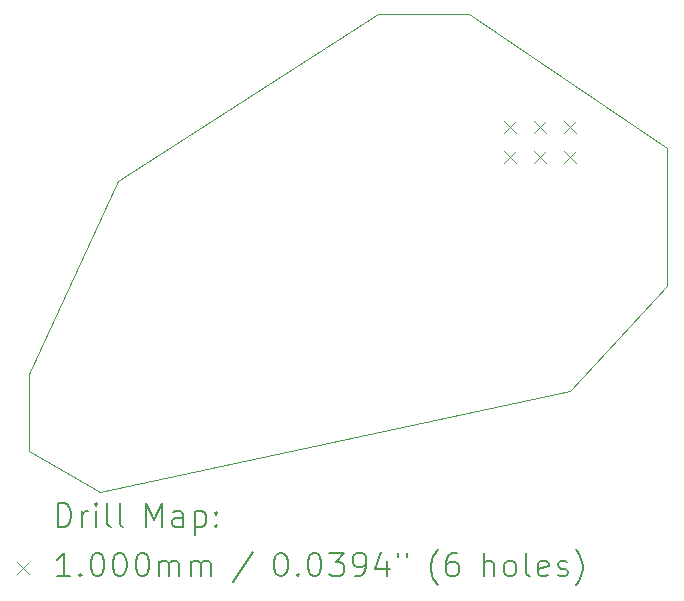
<source format=gbr>
%FSLAX45Y45*%
G04 Gerber Fmt 4.5, Leading zero omitted, Abs format (unit mm)*
G04 Created by KiCad (PCBNEW (6.99.0-1934-gfe17dca71f)) date 2022-06-18 07:03:43*
%MOMM*%
%LPD*%
G01*
G04 APERTURE LIST*
%TA.AperFunction,Profile*%
%ADD10C,0.100000*%
%TD*%
%ADD11C,0.200000*%
%ADD12C,0.100000*%
G04 APERTURE END LIST*
D10*
X9560000Y-3320000D02*
X11240000Y-4450000D01*
X11240000Y-4450000D02*
X11240000Y-5620000D01*
X8790000Y-3320000D02*
X9560000Y-3320000D01*
X6590000Y-4730000D02*
X8790000Y-3320000D01*
X5840000Y-6360000D02*
X6590000Y-4730000D01*
X5840000Y-6360000D02*
X5840000Y-7020000D01*
X10420000Y-6510000D02*
X11240000Y-5620000D01*
X5840000Y-7020000D02*
X6440000Y-7360000D01*
X6440000Y-7360000D02*
X10420000Y-6510000D01*
D11*
D12*
X9860000Y-4220000D02*
X9960000Y-4320000D01*
X9960000Y-4220000D02*
X9860000Y-4320000D01*
X9860000Y-4474000D02*
X9960000Y-4574000D01*
X9960000Y-4474000D02*
X9860000Y-4574000D01*
X10114000Y-4220000D02*
X10214000Y-4320000D01*
X10214000Y-4220000D02*
X10114000Y-4320000D01*
X10114000Y-4474000D02*
X10214000Y-4574000D01*
X10214000Y-4474000D02*
X10114000Y-4574000D01*
X10368000Y-4220000D02*
X10468000Y-4320000D01*
X10468000Y-4220000D02*
X10368000Y-4320000D01*
X10368000Y-4474000D02*
X10468000Y-4574000D01*
X10468000Y-4474000D02*
X10368000Y-4574000D01*
D11*
X6082619Y-7658476D02*
X6082619Y-7458476D01*
X6082619Y-7458476D02*
X6130238Y-7458476D01*
X6130238Y-7458476D02*
X6158809Y-7468000D01*
X6158809Y-7468000D02*
X6177857Y-7487048D01*
X6177857Y-7487048D02*
X6187381Y-7506095D01*
X6187381Y-7506095D02*
X6196905Y-7544190D01*
X6196905Y-7544190D02*
X6196905Y-7572762D01*
X6196905Y-7572762D02*
X6187381Y-7610857D01*
X6187381Y-7610857D02*
X6177857Y-7629905D01*
X6177857Y-7629905D02*
X6158809Y-7648952D01*
X6158809Y-7648952D02*
X6130238Y-7658476D01*
X6130238Y-7658476D02*
X6082619Y-7658476D01*
X6282619Y-7658476D02*
X6282619Y-7525143D01*
X6282619Y-7563238D02*
X6292143Y-7544190D01*
X6292143Y-7544190D02*
X6301667Y-7534667D01*
X6301667Y-7534667D02*
X6320714Y-7525143D01*
X6320714Y-7525143D02*
X6339762Y-7525143D01*
X6406428Y-7658476D02*
X6406428Y-7525143D01*
X6406428Y-7458476D02*
X6396905Y-7468000D01*
X6396905Y-7468000D02*
X6406428Y-7477524D01*
X6406428Y-7477524D02*
X6415952Y-7468000D01*
X6415952Y-7468000D02*
X6406428Y-7458476D01*
X6406428Y-7458476D02*
X6406428Y-7477524D01*
X6530238Y-7658476D02*
X6511190Y-7648952D01*
X6511190Y-7648952D02*
X6501667Y-7629905D01*
X6501667Y-7629905D02*
X6501667Y-7458476D01*
X6635000Y-7658476D02*
X6615952Y-7648952D01*
X6615952Y-7648952D02*
X6606428Y-7629905D01*
X6606428Y-7629905D02*
X6606428Y-7458476D01*
X6831190Y-7658476D02*
X6831190Y-7458476D01*
X6831190Y-7458476D02*
X6897857Y-7601333D01*
X6897857Y-7601333D02*
X6964524Y-7458476D01*
X6964524Y-7458476D02*
X6964524Y-7658476D01*
X7145476Y-7658476D02*
X7145476Y-7553714D01*
X7145476Y-7553714D02*
X7135952Y-7534667D01*
X7135952Y-7534667D02*
X7116905Y-7525143D01*
X7116905Y-7525143D02*
X7078809Y-7525143D01*
X7078809Y-7525143D02*
X7059762Y-7534667D01*
X7145476Y-7648952D02*
X7126428Y-7658476D01*
X7126428Y-7658476D02*
X7078809Y-7658476D01*
X7078809Y-7658476D02*
X7059762Y-7648952D01*
X7059762Y-7648952D02*
X7050238Y-7629905D01*
X7050238Y-7629905D02*
X7050238Y-7610857D01*
X7050238Y-7610857D02*
X7059762Y-7591809D01*
X7059762Y-7591809D02*
X7078809Y-7582286D01*
X7078809Y-7582286D02*
X7126428Y-7582286D01*
X7126428Y-7582286D02*
X7145476Y-7572762D01*
X7240714Y-7525143D02*
X7240714Y-7725143D01*
X7240714Y-7534667D02*
X7259762Y-7525143D01*
X7259762Y-7525143D02*
X7297857Y-7525143D01*
X7297857Y-7525143D02*
X7316905Y-7534667D01*
X7316905Y-7534667D02*
X7326428Y-7544190D01*
X7326428Y-7544190D02*
X7335952Y-7563238D01*
X7335952Y-7563238D02*
X7335952Y-7620381D01*
X7335952Y-7620381D02*
X7326428Y-7639428D01*
X7326428Y-7639428D02*
X7316905Y-7648952D01*
X7316905Y-7648952D02*
X7297857Y-7658476D01*
X7297857Y-7658476D02*
X7259762Y-7658476D01*
X7259762Y-7658476D02*
X7240714Y-7648952D01*
X7421667Y-7639428D02*
X7431190Y-7648952D01*
X7431190Y-7648952D02*
X7421667Y-7658476D01*
X7421667Y-7658476D02*
X7412143Y-7648952D01*
X7412143Y-7648952D02*
X7421667Y-7639428D01*
X7421667Y-7639428D02*
X7421667Y-7658476D01*
X7421667Y-7534667D02*
X7431190Y-7544190D01*
X7431190Y-7544190D02*
X7421667Y-7553714D01*
X7421667Y-7553714D02*
X7412143Y-7544190D01*
X7412143Y-7544190D02*
X7421667Y-7534667D01*
X7421667Y-7534667D02*
X7421667Y-7553714D01*
D12*
X5735000Y-7955000D02*
X5835000Y-8055000D01*
X5835000Y-7955000D02*
X5735000Y-8055000D01*
D11*
X6187381Y-8078476D02*
X6073095Y-8078476D01*
X6130238Y-8078476D02*
X6130238Y-7878476D01*
X6130238Y-7878476D02*
X6111190Y-7907048D01*
X6111190Y-7907048D02*
X6092143Y-7926095D01*
X6092143Y-7926095D02*
X6073095Y-7935619D01*
X6273095Y-8059428D02*
X6282619Y-8068952D01*
X6282619Y-8068952D02*
X6273095Y-8078476D01*
X6273095Y-8078476D02*
X6263571Y-8068952D01*
X6263571Y-8068952D02*
X6273095Y-8059428D01*
X6273095Y-8059428D02*
X6273095Y-8078476D01*
X6406428Y-7878476D02*
X6425476Y-7878476D01*
X6425476Y-7878476D02*
X6444524Y-7888000D01*
X6444524Y-7888000D02*
X6454048Y-7897524D01*
X6454048Y-7897524D02*
X6463571Y-7916571D01*
X6463571Y-7916571D02*
X6473095Y-7954667D01*
X6473095Y-7954667D02*
X6473095Y-8002286D01*
X6473095Y-8002286D02*
X6463571Y-8040381D01*
X6463571Y-8040381D02*
X6454048Y-8059428D01*
X6454048Y-8059428D02*
X6444524Y-8068952D01*
X6444524Y-8068952D02*
X6425476Y-8078476D01*
X6425476Y-8078476D02*
X6406428Y-8078476D01*
X6406428Y-8078476D02*
X6387381Y-8068952D01*
X6387381Y-8068952D02*
X6377857Y-8059428D01*
X6377857Y-8059428D02*
X6368333Y-8040381D01*
X6368333Y-8040381D02*
X6358809Y-8002286D01*
X6358809Y-8002286D02*
X6358809Y-7954667D01*
X6358809Y-7954667D02*
X6368333Y-7916571D01*
X6368333Y-7916571D02*
X6377857Y-7897524D01*
X6377857Y-7897524D02*
X6387381Y-7888000D01*
X6387381Y-7888000D02*
X6406428Y-7878476D01*
X6596905Y-7878476D02*
X6615952Y-7878476D01*
X6615952Y-7878476D02*
X6635000Y-7888000D01*
X6635000Y-7888000D02*
X6644524Y-7897524D01*
X6644524Y-7897524D02*
X6654048Y-7916571D01*
X6654048Y-7916571D02*
X6663571Y-7954667D01*
X6663571Y-7954667D02*
X6663571Y-8002286D01*
X6663571Y-8002286D02*
X6654048Y-8040381D01*
X6654048Y-8040381D02*
X6644524Y-8059428D01*
X6644524Y-8059428D02*
X6635000Y-8068952D01*
X6635000Y-8068952D02*
X6615952Y-8078476D01*
X6615952Y-8078476D02*
X6596905Y-8078476D01*
X6596905Y-8078476D02*
X6577857Y-8068952D01*
X6577857Y-8068952D02*
X6568333Y-8059428D01*
X6568333Y-8059428D02*
X6558809Y-8040381D01*
X6558809Y-8040381D02*
X6549286Y-8002286D01*
X6549286Y-8002286D02*
X6549286Y-7954667D01*
X6549286Y-7954667D02*
X6558809Y-7916571D01*
X6558809Y-7916571D02*
X6568333Y-7897524D01*
X6568333Y-7897524D02*
X6577857Y-7888000D01*
X6577857Y-7888000D02*
X6596905Y-7878476D01*
X6787381Y-7878476D02*
X6806429Y-7878476D01*
X6806429Y-7878476D02*
X6825476Y-7888000D01*
X6825476Y-7888000D02*
X6835000Y-7897524D01*
X6835000Y-7897524D02*
X6844524Y-7916571D01*
X6844524Y-7916571D02*
X6854048Y-7954667D01*
X6854048Y-7954667D02*
X6854048Y-8002286D01*
X6854048Y-8002286D02*
X6844524Y-8040381D01*
X6844524Y-8040381D02*
X6835000Y-8059428D01*
X6835000Y-8059428D02*
X6825476Y-8068952D01*
X6825476Y-8068952D02*
X6806429Y-8078476D01*
X6806429Y-8078476D02*
X6787381Y-8078476D01*
X6787381Y-8078476D02*
X6768333Y-8068952D01*
X6768333Y-8068952D02*
X6758809Y-8059428D01*
X6758809Y-8059428D02*
X6749286Y-8040381D01*
X6749286Y-8040381D02*
X6739762Y-8002286D01*
X6739762Y-8002286D02*
X6739762Y-7954667D01*
X6739762Y-7954667D02*
X6749286Y-7916571D01*
X6749286Y-7916571D02*
X6758809Y-7897524D01*
X6758809Y-7897524D02*
X6768333Y-7888000D01*
X6768333Y-7888000D02*
X6787381Y-7878476D01*
X6939762Y-8078476D02*
X6939762Y-7945143D01*
X6939762Y-7964190D02*
X6949286Y-7954667D01*
X6949286Y-7954667D02*
X6968333Y-7945143D01*
X6968333Y-7945143D02*
X6996905Y-7945143D01*
X6996905Y-7945143D02*
X7015952Y-7954667D01*
X7015952Y-7954667D02*
X7025476Y-7973714D01*
X7025476Y-7973714D02*
X7025476Y-8078476D01*
X7025476Y-7973714D02*
X7035000Y-7954667D01*
X7035000Y-7954667D02*
X7054048Y-7945143D01*
X7054048Y-7945143D02*
X7082619Y-7945143D01*
X7082619Y-7945143D02*
X7101667Y-7954667D01*
X7101667Y-7954667D02*
X7111190Y-7973714D01*
X7111190Y-7973714D02*
X7111190Y-8078476D01*
X7206429Y-8078476D02*
X7206429Y-7945143D01*
X7206429Y-7964190D02*
X7215952Y-7954667D01*
X7215952Y-7954667D02*
X7235000Y-7945143D01*
X7235000Y-7945143D02*
X7263571Y-7945143D01*
X7263571Y-7945143D02*
X7282619Y-7954667D01*
X7282619Y-7954667D02*
X7292143Y-7973714D01*
X7292143Y-7973714D02*
X7292143Y-8078476D01*
X7292143Y-7973714D02*
X7301667Y-7954667D01*
X7301667Y-7954667D02*
X7320714Y-7945143D01*
X7320714Y-7945143D02*
X7349286Y-7945143D01*
X7349286Y-7945143D02*
X7368333Y-7954667D01*
X7368333Y-7954667D02*
X7377857Y-7973714D01*
X7377857Y-7973714D02*
X7377857Y-8078476D01*
X7735952Y-7868952D02*
X7564524Y-8126095D01*
X7960714Y-7878476D02*
X7979762Y-7878476D01*
X7979762Y-7878476D02*
X7998810Y-7888000D01*
X7998810Y-7888000D02*
X8008333Y-7897524D01*
X8008333Y-7897524D02*
X8017857Y-7916571D01*
X8017857Y-7916571D02*
X8027381Y-7954667D01*
X8027381Y-7954667D02*
X8027381Y-8002286D01*
X8027381Y-8002286D02*
X8017857Y-8040381D01*
X8017857Y-8040381D02*
X8008333Y-8059428D01*
X8008333Y-8059428D02*
X7998810Y-8068952D01*
X7998810Y-8068952D02*
X7979762Y-8078476D01*
X7979762Y-8078476D02*
X7960714Y-8078476D01*
X7960714Y-8078476D02*
X7941667Y-8068952D01*
X7941667Y-8068952D02*
X7932143Y-8059428D01*
X7932143Y-8059428D02*
X7922619Y-8040381D01*
X7922619Y-8040381D02*
X7913095Y-8002286D01*
X7913095Y-8002286D02*
X7913095Y-7954667D01*
X7913095Y-7954667D02*
X7922619Y-7916571D01*
X7922619Y-7916571D02*
X7932143Y-7897524D01*
X7932143Y-7897524D02*
X7941667Y-7888000D01*
X7941667Y-7888000D02*
X7960714Y-7878476D01*
X8113095Y-8059428D02*
X8122619Y-8068952D01*
X8122619Y-8068952D02*
X8113095Y-8078476D01*
X8113095Y-8078476D02*
X8103571Y-8068952D01*
X8103571Y-8068952D02*
X8113095Y-8059428D01*
X8113095Y-8059428D02*
X8113095Y-8078476D01*
X8246429Y-7878476D02*
X8265476Y-7878476D01*
X8265476Y-7878476D02*
X8284524Y-7888000D01*
X8284524Y-7888000D02*
X8294048Y-7897524D01*
X8294048Y-7897524D02*
X8303571Y-7916571D01*
X8303571Y-7916571D02*
X8313095Y-7954667D01*
X8313095Y-7954667D02*
X8313095Y-8002286D01*
X8313095Y-8002286D02*
X8303571Y-8040381D01*
X8303571Y-8040381D02*
X8294048Y-8059428D01*
X8294048Y-8059428D02*
X8284524Y-8068952D01*
X8284524Y-8068952D02*
X8265476Y-8078476D01*
X8265476Y-8078476D02*
X8246429Y-8078476D01*
X8246429Y-8078476D02*
X8227381Y-8068952D01*
X8227381Y-8068952D02*
X8217857Y-8059428D01*
X8217857Y-8059428D02*
X8208333Y-8040381D01*
X8208333Y-8040381D02*
X8198810Y-8002286D01*
X8198810Y-8002286D02*
X8198810Y-7954667D01*
X8198810Y-7954667D02*
X8208333Y-7916571D01*
X8208333Y-7916571D02*
X8217857Y-7897524D01*
X8217857Y-7897524D02*
X8227381Y-7888000D01*
X8227381Y-7888000D02*
X8246429Y-7878476D01*
X8379762Y-7878476D02*
X8503572Y-7878476D01*
X8503572Y-7878476D02*
X8436905Y-7954667D01*
X8436905Y-7954667D02*
X8465476Y-7954667D01*
X8465476Y-7954667D02*
X8484524Y-7964190D01*
X8484524Y-7964190D02*
X8494048Y-7973714D01*
X8494048Y-7973714D02*
X8503572Y-7992762D01*
X8503572Y-7992762D02*
X8503572Y-8040381D01*
X8503572Y-8040381D02*
X8494048Y-8059428D01*
X8494048Y-8059428D02*
X8484524Y-8068952D01*
X8484524Y-8068952D02*
X8465476Y-8078476D01*
X8465476Y-8078476D02*
X8408333Y-8078476D01*
X8408333Y-8078476D02*
X8389286Y-8068952D01*
X8389286Y-8068952D02*
X8379762Y-8059428D01*
X8598810Y-8078476D02*
X8636905Y-8078476D01*
X8636905Y-8078476D02*
X8655953Y-8068952D01*
X8655953Y-8068952D02*
X8665476Y-8059428D01*
X8665476Y-8059428D02*
X8684524Y-8030857D01*
X8684524Y-8030857D02*
X8694048Y-7992762D01*
X8694048Y-7992762D02*
X8694048Y-7916571D01*
X8694048Y-7916571D02*
X8684524Y-7897524D01*
X8684524Y-7897524D02*
X8675000Y-7888000D01*
X8675000Y-7888000D02*
X8655953Y-7878476D01*
X8655953Y-7878476D02*
X8617857Y-7878476D01*
X8617857Y-7878476D02*
X8598810Y-7888000D01*
X8598810Y-7888000D02*
X8589286Y-7897524D01*
X8589286Y-7897524D02*
X8579762Y-7916571D01*
X8579762Y-7916571D02*
X8579762Y-7964190D01*
X8579762Y-7964190D02*
X8589286Y-7983238D01*
X8589286Y-7983238D02*
X8598810Y-7992762D01*
X8598810Y-7992762D02*
X8617857Y-8002286D01*
X8617857Y-8002286D02*
X8655953Y-8002286D01*
X8655953Y-8002286D02*
X8675000Y-7992762D01*
X8675000Y-7992762D02*
X8684524Y-7983238D01*
X8684524Y-7983238D02*
X8694048Y-7964190D01*
X8865476Y-7945143D02*
X8865476Y-8078476D01*
X8817857Y-7868952D02*
X8770238Y-8011809D01*
X8770238Y-8011809D02*
X8894048Y-8011809D01*
X8960714Y-7878476D02*
X8960714Y-7916571D01*
X9036905Y-7878476D02*
X9036905Y-7916571D01*
X9299762Y-8154667D02*
X9290238Y-8145143D01*
X9290238Y-8145143D02*
X9271191Y-8116571D01*
X9271191Y-8116571D02*
X9261667Y-8097524D01*
X9261667Y-8097524D02*
X9252143Y-8068952D01*
X9252143Y-8068952D02*
X9242619Y-8021333D01*
X9242619Y-8021333D02*
X9242619Y-7983238D01*
X9242619Y-7983238D02*
X9252143Y-7935619D01*
X9252143Y-7935619D02*
X9261667Y-7907048D01*
X9261667Y-7907048D02*
X9271191Y-7888000D01*
X9271191Y-7888000D02*
X9290238Y-7859428D01*
X9290238Y-7859428D02*
X9299762Y-7849905D01*
X9461667Y-7878476D02*
X9423572Y-7878476D01*
X9423572Y-7878476D02*
X9404524Y-7888000D01*
X9404524Y-7888000D02*
X9395000Y-7897524D01*
X9395000Y-7897524D02*
X9375953Y-7926095D01*
X9375953Y-7926095D02*
X9366429Y-7964190D01*
X9366429Y-7964190D02*
X9366429Y-8040381D01*
X9366429Y-8040381D02*
X9375953Y-8059428D01*
X9375953Y-8059428D02*
X9385476Y-8068952D01*
X9385476Y-8068952D02*
X9404524Y-8078476D01*
X9404524Y-8078476D02*
X9442619Y-8078476D01*
X9442619Y-8078476D02*
X9461667Y-8068952D01*
X9461667Y-8068952D02*
X9471191Y-8059428D01*
X9471191Y-8059428D02*
X9480714Y-8040381D01*
X9480714Y-8040381D02*
X9480714Y-7992762D01*
X9480714Y-7992762D02*
X9471191Y-7973714D01*
X9471191Y-7973714D02*
X9461667Y-7964190D01*
X9461667Y-7964190D02*
X9442619Y-7954667D01*
X9442619Y-7954667D02*
X9404524Y-7954667D01*
X9404524Y-7954667D02*
X9385476Y-7964190D01*
X9385476Y-7964190D02*
X9375953Y-7973714D01*
X9375953Y-7973714D02*
X9366429Y-7992762D01*
X9686429Y-8078476D02*
X9686429Y-7878476D01*
X9772143Y-8078476D02*
X9772143Y-7973714D01*
X9772143Y-7973714D02*
X9762619Y-7954667D01*
X9762619Y-7954667D02*
X9743572Y-7945143D01*
X9743572Y-7945143D02*
X9715000Y-7945143D01*
X9715000Y-7945143D02*
X9695953Y-7954667D01*
X9695953Y-7954667D02*
X9686429Y-7964190D01*
X9895953Y-8078476D02*
X9876905Y-8068952D01*
X9876905Y-8068952D02*
X9867381Y-8059428D01*
X9867381Y-8059428D02*
X9857857Y-8040381D01*
X9857857Y-8040381D02*
X9857857Y-7983238D01*
X9857857Y-7983238D02*
X9867381Y-7964190D01*
X9867381Y-7964190D02*
X9876905Y-7954667D01*
X9876905Y-7954667D02*
X9895953Y-7945143D01*
X9895953Y-7945143D02*
X9924524Y-7945143D01*
X9924524Y-7945143D02*
X9943572Y-7954667D01*
X9943572Y-7954667D02*
X9953095Y-7964190D01*
X9953095Y-7964190D02*
X9962619Y-7983238D01*
X9962619Y-7983238D02*
X9962619Y-8040381D01*
X9962619Y-8040381D02*
X9953095Y-8059428D01*
X9953095Y-8059428D02*
X9943572Y-8068952D01*
X9943572Y-8068952D02*
X9924524Y-8078476D01*
X9924524Y-8078476D02*
X9895953Y-8078476D01*
X10076905Y-8078476D02*
X10057857Y-8068952D01*
X10057857Y-8068952D02*
X10048334Y-8049905D01*
X10048334Y-8049905D02*
X10048334Y-7878476D01*
X10229286Y-8068952D02*
X10210238Y-8078476D01*
X10210238Y-8078476D02*
X10172143Y-8078476D01*
X10172143Y-8078476D02*
X10153095Y-8068952D01*
X10153095Y-8068952D02*
X10143572Y-8049905D01*
X10143572Y-8049905D02*
X10143572Y-7973714D01*
X10143572Y-7973714D02*
X10153095Y-7954667D01*
X10153095Y-7954667D02*
X10172143Y-7945143D01*
X10172143Y-7945143D02*
X10210238Y-7945143D01*
X10210238Y-7945143D02*
X10229286Y-7954667D01*
X10229286Y-7954667D02*
X10238810Y-7973714D01*
X10238810Y-7973714D02*
X10238810Y-7992762D01*
X10238810Y-7992762D02*
X10143572Y-8011809D01*
X10315000Y-8068952D02*
X10334048Y-8078476D01*
X10334048Y-8078476D02*
X10372143Y-8078476D01*
X10372143Y-8078476D02*
X10391191Y-8068952D01*
X10391191Y-8068952D02*
X10400715Y-8049905D01*
X10400715Y-8049905D02*
X10400715Y-8040381D01*
X10400715Y-8040381D02*
X10391191Y-8021333D01*
X10391191Y-8021333D02*
X10372143Y-8011809D01*
X10372143Y-8011809D02*
X10343572Y-8011809D01*
X10343572Y-8011809D02*
X10324524Y-8002286D01*
X10324524Y-8002286D02*
X10315000Y-7983238D01*
X10315000Y-7983238D02*
X10315000Y-7973714D01*
X10315000Y-7973714D02*
X10324524Y-7954667D01*
X10324524Y-7954667D02*
X10343572Y-7945143D01*
X10343572Y-7945143D02*
X10372143Y-7945143D01*
X10372143Y-7945143D02*
X10391191Y-7954667D01*
X10467381Y-8154667D02*
X10476905Y-8145143D01*
X10476905Y-8145143D02*
X10495953Y-8116571D01*
X10495953Y-8116571D02*
X10505476Y-8097524D01*
X10505476Y-8097524D02*
X10515000Y-8068952D01*
X10515000Y-8068952D02*
X10524524Y-8021333D01*
X10524524Y-8021333D02*
X10524524Y-7983238D01*
X10524524Y-7983238D02*
X10515000Y-7935619D01*
X10515000Y-7935619D02*
X10505476Y-7907048D01*
X10505476Y-7907048D02*
X10495953Y-7888000D01*
X10495953Y-7888000D02*
X10476905Y-7859428D01*
X10476905Y-7859428D02*
X10467381Y-7849905D01*
M02*

</source>
